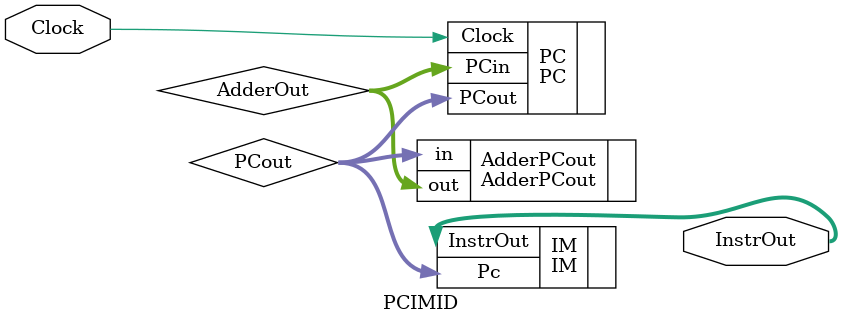
<source format=v>
`timescale 1ns / 1ps
module PCIMID(Clock,InstrOut);

input Clock;
output [31:0] InstrOut;
wire [63:0] AdderOut;
wire [63:0] PCout;



//AdderPCout( AdderIn ,AdderOut);
//PC(PCin, PCout, Clock);

	IM  IM(.Pc(PCout), .InstrOut(InstrOut));
	AdderPCout AdderPCout( .in(PCout), .out(AdderOut));
	PC   PC(.PCin(AdderOut), .PCout(PCout), .Clock(Clock));
endmodule

</source>
